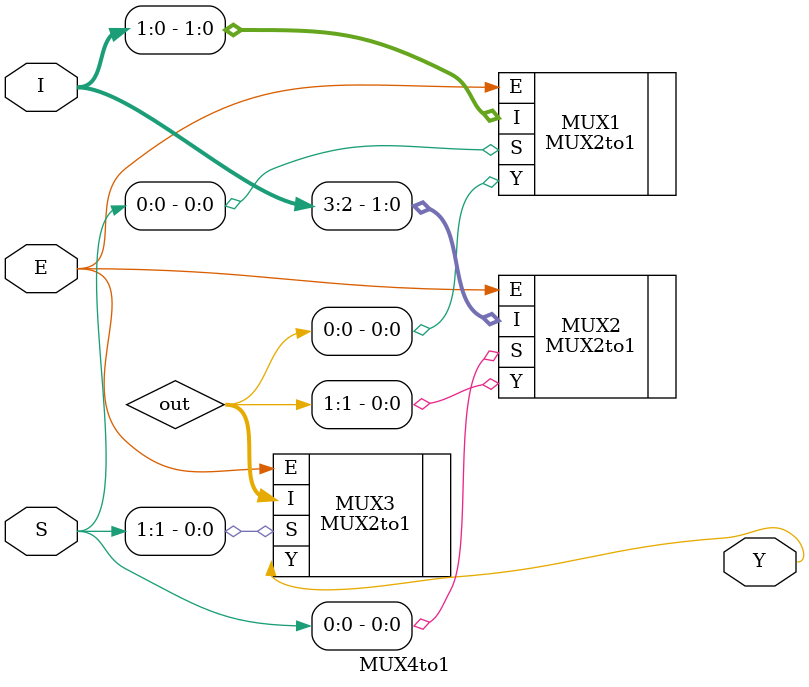
<source format=v>
module MUX4to1(input[3:0] I, input[1:0] S, input E, output Y);
	// data flow model
	// assign Y = E & ((~S[1] & ~S[0] & I[0]) | (~S[1] & S[0] & I[1]) | 
	//			(S[1] & ~S[0] & I[2]) | (S[1] & S[0] & I[3]));
	
	// gate level model
	wire[1:0] out;
	MUX2to1 MUX1(.I(I[1:0]), .S(S[0]), .E(E), .Y(out[0]));
	MUX2to1 MUX2(.I(I[3:2]), .S(S[0]), .E(E), .Y(out[1]));
	MUX2to1 MUX3(.I(out), .S(S[1]), .E(E), .Y(Y));
endmodule
</source>
